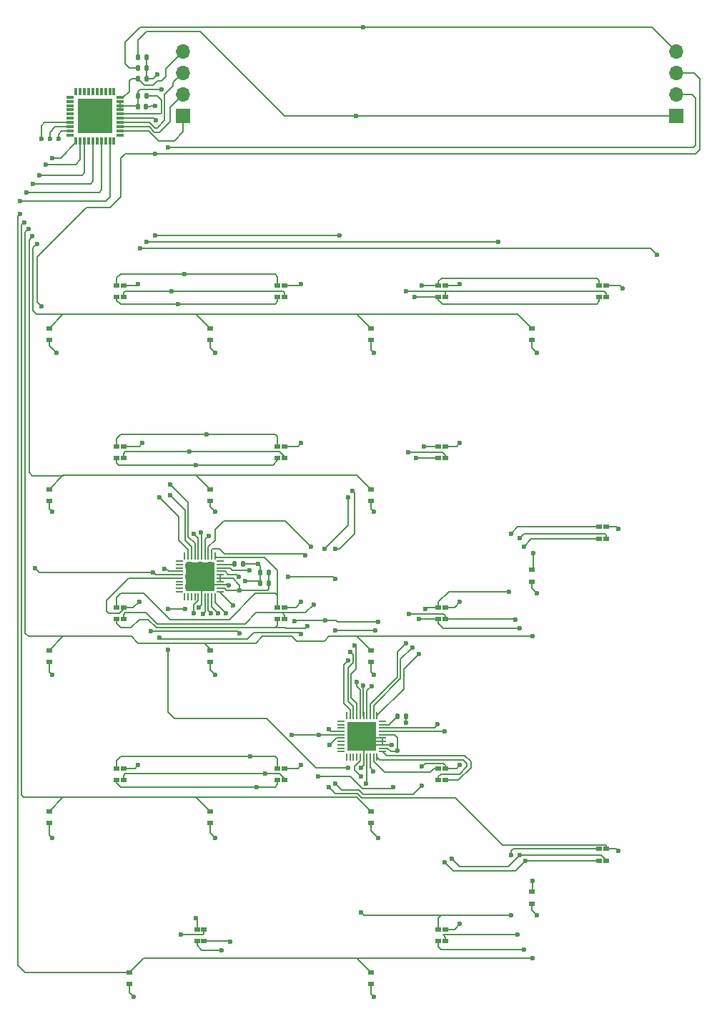
<source format=gbr>
%TF.GenerationSoftware,KiCad,Pcbnew,(6.0.5)*%
%TF.CreationDate,2022-06-21T22:17:49+02:00*%
%TF.ProjectId,Numpad,4e756d70-6164-42e6-9b69-6361645f7063,rev?*%
%TF.SameCoordinates,Original*%
%TF.FileFunction,Copper,L1,Top*%
%TF.FilePolarity,Positive*%
%FSLAX46Y46*%
G04 Gerber Fmt 4.6, Leading zero omitted, Abs format (unit mm)*
G04 Created by KiCad (PCBNEW (6.0.5)) date 2022-06-21 22:17:49*
%MOMM*%
%LPD*%
G01*
G04 APERTURE LIST*
G04 Aperture macros list*
%AMRoundRect*
0 Rectangle with rounded corners*
0 $1 Rounding radius*
0 $2 $3 $4 $5 $6 $7 $8 $9 X,Y pos of 4 corners*
0 Add a 4 corners polygon primitive as box body*
4,1,4,$2,$3,$4,$5,$6,$7,$8,$9,$2,$3,0*
0 Add four circle primitives for the rounded corners*
1,1,$1+$1,$2,$3*
1,1,$1+$1,$4,$5*
1,1,$1+$1,$6,$7*
1,1,$1+$1,$8,$9*
0 Add four rect primitives between the rounded corners*
20,1,$1+$1,$2,$3,$4,$5,0*
20,1,$1+$1,$4,$5,$6,$7,0*
20,1,$1+$1,$6,$7,$8,$9,0*
20,1,$1+$1,$8,$9,$2,$3,0*%
G04 Aperture macros list end*
%TA.AperFunction,SMDPad,CuDef*%
%ADD10R,0.700000X0.600000*%
%TD*%
%TA.AperFunction,SMDPad,CuDef*%
%ADD11R,0.650000X0.600000*%
%TD*%
%TA.AperFunction,SMDPad,CuDef*%
%ADD12RoundRect,0.135000X-0.135000X-0.185000X0.135000X-0.185000X0.135000X0.185000X-0.135000X0.185000X0*%
%TD*%
%TA.AperFunction,SMDPad,CuDef*%
%ADD13RoundRect,0.135000X0.135000X0.185000X-0.135000X0.185000X-0.135000X-0.185000X0.135000X-0.185000X0*%
%TD*%
%TA.AperFunction,SMDPad,CuDef*%
%ADD14RoundRect,0.008100X-0.126900X0.421900X-0.126900X-0.421900X0.126900X-0.421900X0.126900X0.421900X0*%
%TD*%
%TA.AperFunction,SMDPad,CuDef*%
%ADD15RoundRect,0.008100X-0.421900X-0.126900X0.421900X-0.126900X0.421900X0.126900X-0.421900X0.126900X0*%
%TD*%
%TA.AperFunction,SMDPad,CuDef*%
%ADD16R,4.100000X4.100000*%
%TD*%
%TA.AperFunction,ComponentPad*%
%ADD17R,1.700000X1.700000*%
%TD*%
%TA.AperFunction,ComponentPad*%
%ADD18O,1.700000X1.700000*%
%TD*%
%TA.AperFunction,SMDPad,CuDef*%
%ADD19RoundRect,0.140000X-0.140000X-0.170000X0.140000X-0.170000X0.140000X0.170000X-0.140000X0.170000X0*%
%TD*%
%TA.AperFunction,SMDPad,CuDef*%
%ADD20RoundRect,0.062500X-0.350000X-0.062500X0.350000X-0.062500X0.350000X0.062500X-0.350000X0.062500X0*%
%TD*%
%TA.AperFunction,SMDPad,CuDef*%
%ADD21RoundRect,0.062500X-0.062500X-0.350000X0.062500X-0.350000X0.062500X0.350000X-0.062500X0.350000X0*%
%TD*%
%TA.AperFunction,ComponentPad*%
%ADD22RoundRect,0.242500X-0.242500X-0.242500X0.242500X-0.242500X0.242500X0.242500X-0.242500X0.242500X0*%
%TD*%
%TA.AperFunction,SMDPad,CuDef*%
%ADD23R,3.400000X3.400000*%
%TD*%
%TA.AperFunction,SMDPad,CuDef*%
%ADD24RoundRect,0.140000X0.140000X0.170000X-0.140000X0.170000X-0.140000X-0.170000X0.140000X-0.170000X0*%
%TD*%
%TA.AperFunction,ViaPad*%
%ADD25C,0.600000*%
%TD*%
%TA.AperFunction,Conductor*%
%ADD26C,0.127000*%
%TD*%
G04 APERTURE END LIST*
D10*
%TO.P,D18,1,K*%
%TO.N,Net-(D18-Pad1)*%
X26089000Y-61060000D03*
%TO.P,D18,2,A*%
%TO.N,Net-(D18-Pad2)*%
X26089000Y-62460000D03*
%TD*%
D11*
%TO.P,D12,1,BK*%
%TO.N,Net-(D12-Pad1)*%
X72194000Y-94095000D03*
%TO.P,D12,2,GK*%
%TO.N,Net-(D12-Pad2)*%
X72194000Y-95495000D03*
%TO.P,D12,3,A*%
%TO.N,Net-(D10-Pad3)*%
X72994000Y-94095000D03*
%TO.P,D12,4,RK*%
%TO.N,Net-(D12-Pad4)*%
X72994000Y-95495000D03*
%TD*%
D12*
%TO.P,R5,1*%
%TO.N,Net-(J1-Pad4)*%
X36574000Y-30226000D03*
%TO.P,R5,2*%
%TO.N,Net-(C1-Pad1)*%
X37594000Y-30226000D03*
%TD*%
D13*
%TO.P,R1,1*%
%TO.N,Net-(R1-Pad1)*%
X37594000Y-33528000D03*
%TO.P,R1,2*%
%TO.N,Net-(C1-Pad2)*%
X36574000Y-33528000D03*
%TD*%
D14*
%TO.P,U1,1,P08*%
%TO.N,unconnected-(U1-Pad1)*%
X33764000Y-33028000D03*
%TO.P,U1,2,P12*%
%TO.N,unconnected-(U1-Pad2)*%
X33264000Y-33028000D03*
%TO.P,U1,3,P09*%
%TO.N,unconnected-(U1-Pad3)*%
X32764000Y-33028000D03*
%TO.P,U1,4,P13*%
%TO.N,unconnected-(U1-Pad4)*%
X32264000Y-33028000D03*
%TO.P,U1,5,P10*%
%TO.N,unconnected-(U1-Pad5)*%
X31764000Y-33028000D03*
%TO.P,U1,6,P14*%
%TO.N,unconnected-(U1-Pad6)*%
X31264000Y-33028000D03*
%TO.P,U1,7,P11*%
%TO.N,unconnected-(U1-Pad7)*%
X30764000Y-33028000D03*
%TO.P,U1,8,P15*%
%TO.N,unconnected-(U1-Pad8)*%
X30264000Y-33028000D03*
%TO.P,U1,9,P16*%
%TO.N,unconnected-(U1-Pad9)*%
X29764000Y-33028000D03*
%TO.P,U1,10,P17*%
%TO.N,unconnected-(U1-Pad10)*%
X29264000Y-33028000D03*
D15*
%TO.P,U1,11,NC-2*%
%TO.N,unconnected-(U1-Pad11)*%
X28579000Y-33713000D03*
%TO.P,U1,12,P18*%
%TO.N,unconnected-(U1-Pad12)*%
X28579000Y-34213000D03*
%TO.P,U1,13,P19*%
%TO.N,unconnected-(U1-Pad13)*%
X28579000Y-34713000D03*
%TO.P,U1,14,P20*%
%TO.N,unconnected-(U1-Pad14)*%
X28579000Y-35213000D03*
%TO.P,U1,15,P21*%
%TO.N,unconnected-(U1-Pad15)*%
X28579000Y-35713000D03*
%TO.P,U1,16,P22*%
%TO.N,unconnected-(U1-Pad16)*%
X28579000Y-36213000D03*
%TO.P,U1,17,P23*%
%TO.N,Net-(K_ENTER1-Pad1)*%
X28579000Y-36713000D03*
%TO.P,U1,18,P24*%
%TO.N,Net-(K_DOT1-Pad1)*%
X28579000Y-37213000D03*
%TO.P,U1,19,P25*%
%TO.N,Net-(K_EIGHT1-Pad1)*%
X28579000Y-37713000D03*
%TO.P,U1,20,NC-1*%
%TO.N,unconnected-(U1-Pad20)*%
X28579000Y-38213000D03*
D14*
%TO.P,U1,21,P26*%
%TO.N,Net-(K_FOUR1-Pad1)*%
X29264000Y-38898000D03*
%TO.P,U1,22,P27*%
%TO.N,Net-(D18-Pad1)*%
X29764000Y-38898000D03*
%TO.P,U1,23,P28*%
%TO.N,Net-(D19-Pad1)*%
X30264000Y-38898000D03*
%TO.P,U1,24,P07*%
%TO.N,unconnected-(U1-Pad24)*%
X30764000Y-38898000D03*
%TO.P,U1,25,P29*%
%TO.N,Net-(D20-Pad1)*%
X31264000Y-38898000D03*
%TO.P,U1,26,P06*%
%TO.N,unconnected-(U1-Pad26)*%
X31764000Y-38898000D03*
%TO.P,U1,27,P30*%
%TO.N,Net-(D21-Pad1)*%
X32264000Y-38898000D03*
%TO.P,U1,28,P05*%
%TO.N,unconnected-(U1-Pad28)*%
X32764000Y-38898000D03*
%TO.P,U1,29,P31*%
%TO.N,Net-(D22-Pad1)*%
X33264000Y-38898000D03*
%TO.P,U1,30,P04*%
%TO.N,unconnected-(U1-Pad30)*%
X33764000Y-38898000D03*
D15*
%TO.P,U1,31,NC*%
%TO.N,unconnected-(U1-Pad31)*%
X34449000Y-38213000D03*
%TO.P,U1,32,SCLK*%
%TO.N,Net-(J2-Pad1)*%
X34449000Y-37713000D03*
%TO.P,U1,33,DIN*%
%TO.N,Net-(J2-Pad2)*%
X34449000Y-37213000D03*
%TO.P,U1,34,CS*%
%TO.N,Net-(J2-Pad3)*%
X34449000Y-36713000D03*
%TO.P,U1,35,VDD*%
%TO.N,Net-(C1-Pad1)*%
X34449000Y-36213000D03*
%TO.P,U1,36,ISET*%
%TO.N,Net-(R1-Pad1)*%
X34449000Y-35713000D03*
%TO.P,U1,37,GND-1*%
%TO.N,Net-(C1-Pad2)*%
X34449000Y-35213000D03*
%TO.P,U1,38,GND-2*%
X34449000Y-34713000D03*
%TO.P,U1,39,GND*%
X34449000Y-34213000D03*
%TO.P,U1,40,DOUT*%
%TO.N,Net-(J2-Pad4)*%
X34449000Y-33713000D03*
D16*
%TO.P,U1,41*%
%TO.N,N/C*%
X31514000Y-35963000D03*
%TD*%
D10*
%TO.P,D25,1,K*%
%TO.N,Net-(D20-Pad1)*%
X45139000Y-99160000D03*
%TO.P,D25,2,A*%
%TO.N,Net-(D25-Pad2)*%
X45139000Y-100560000D03*
%TD*%
D13*
%TO.P,R3,1*%
%TO.N,Net-(C1-Pad2)*%
X68328000Y-106934000D03*
%TO.P,R3,2*%
%TO.N,Net-(R3-Pad2)*%
X67308000Y-106934000D03*
%TD*%
D11*
%TO.P,D10,1,BK*%
%TO.N,Net-(D10-Pad1)*%
X72194000Y-55995000D03*
%TO.P,D10,2,GK*%
%TO.N,Net-(D10-Pad2)*%
X72194000Y-57395000D03*
%TO.P,D10,3,A*%
%TO.N,Net-(D10-Pad3)*%
X72994000Y-55995000D03*
%TO.P,D10,4,RK*%
%TO.N,Net-(D10-Pad4)*%
X72994000Y-57395000D03*
%TD*%
%TO.P,D4,1,BK*%
%TO.N,Net-(D4-Pad1)*%
X34094000Y-113145000D03*
%TO.P,D4,2,GK*%
%TO.N,Net-(D4-Pad2)*%
X34094000Y-114545000D03*
%TO.P,D4,3,A*%
%TO.N,Net-(D1-Pad3)*%
X34894000Y-113145000D03*
%TO.P,D4,4,RK*%
%TO.N,Net-(D4-Pad4)*%
X34894000Y-114545000D03*
%TD*%
D10*
%TO.P,D19,1,K*%
%TO.N,Net-(D19-Pad1)*%
X26089000Y-80110000D03*
%TO.P,D19,2,A*%
%TO.N,Net-(D19-Pad2)*%
X26089000Y-81510000D03*
%TD*%
%TO.P,D29,1,K*%
%TO.N,Net-(D20-Pad1)*%
X64189000Y-99160000D03*
%TO.P,D29,2,A*%
%TO.N,Net-(D29-Pad2)*%
X64189000Y-100560000D03*
%TD*%
%TO.P,D27,1,K*%
%TO.N,Net-(D18-Pad1)*%
X64189000Y-61060000D03*
%TO.P,D27,2,A*%
%TO.N,Net-(D27-Pad2)*%
X64189000Y-62460000D03*
%TD*%
D11*
%TO.P,D6,1,BK*%
%TO.N,Net-(D1-Pad1)*%
X53144000Y-55995000D03*
%TO.P,D6,2,GK*%
%TO.N,Net-(D1-Pad2)*%
X53144000Y-57395000D03*
%TO.P,D6,3,A*%
%TO.N,Net-(D6-Pad3)*%
X53944000Y-55995000D03*
%TO.P,D6,4,RK*%
%TO.N,Net-(D1-Pad4)*%
X53944000Y-57395000D03*
%TD*%
%TO.P,D3,1,BK*%
%TO.N,Net-(D3-Pad1)*%
X34094000Y-94095000D03*
%TO.P,D3,2,GK*%
%TO.N,Net-(D3-Pad2)*%
X34094000Y-95495000D03*
%TO.P,D3,3,A*%
%TO.N,Net-(D1-Pad3)*%
X34894000Y-94095000D03*
%TO.P,D3,4,RK*%
%TO.N,Net-(D3-Pad4)*%
X34894000Y-95495000D03*
%TD*%
%TO.P,D13,1,BK*%
%TO.N,Net-(D13-Pad1)*%
X72194000Y-113145000D03*
%TO.P,D13,2,GK*%
%TO.N,Net-(D13-Pad2)*%
X72194000Y-114545000D03*
%TO.P,D13,3,A*%
%TO.N,Net-(D10-Pad3)*%
X72994000Y-113145000D03*
%TO.P,D13,4,RK*%
%TO.N,Net-(D13-Pad4)*%
X72994000Y-114545000D03*
%TD*%
D13*
%TO.P,R2,1*%
%TO.N,Net-(C1-Pad2)*%
X49024000Y-88900000D03*
%TO.P,R2,2*%
%TO.N,Net-(R2-Pad2)*%
X48004000Y-88900000D03*
%TD*%
D11*
%TO.P,D7,1,BK*%
%TO.N,Net-(D2-Pad1)*%
X53144000Y-75045000D03*
%TO.P,D7,2,GK*%
%TO.N,Net-(D2-Pad2)*%
X53144000Y-76445000D03*
%TO.P,D7,3,A*%
%TO.N,Net-(D6-Pad3)*%
X53944000Y-75045000D03*
%TO.P,D7,4,RK*%
%TO.N,Net-(D2-Pad4)*%
X53944000Y-76445000D03*
%TD*%
D10*
%TO.P,D34,1,K*%
%TO.N,Net-(D22-Pad1)*%
X83239000Y-127735000D03*
%TO.P,D34,2,A*%
%TO.N,Net-(D34-Pad2)*%
X83239000Y-129135000D03*
%TD*%
%TO.P,D33,1,K*%
%TO.N,Net-(D20-Pad1)*%
X83239000Y-89635000D03*
%TO.P,D33,2,A*%
%TO.N,Net-(D33-Pad2)*%
X83239000Y-91035000D03*
%TD*%
D11*
%TO.P,D5,1,BK*%
%TO.N,Net-(D5-Pad1)*%
X43619000Y-132195000D03*
%TO.P,D5,2,GK*%
%TO.N,Net-(D5-Pad2)*%
X43619000Y-133595000D03*
%TO.P,D5,3,A*%
%TO.N,Net-(D1-Pad3)*%
X44419000Y-132195000D03*
%TO.P,D5,4,RK*%
%TO.N,Net-(D5-Pad4)*%
X44419000Y-133595000D03*
%TD*%
D17*
%TO.P,J1,1,Pin_1*%
%TO.N,Net-(J1-Pad1)*%
X100320000Y-35894000D03*
D18*
%TO.P,J1,2,Pin_2*%
%TO.N,Net-(C1-Pad2)*%
X100320000Y-33354000D03*
%TO.P,J1,3,Pin_3*%
%TO.N,Net-(C1-Pad1)*%
X100320000Y-30814000D03*
%TO.P,J1,4,Pin_4*%
%TO.N,Net-(J1-Pad4)*%
X100320000Y-28274000D03*
%TD*%
D11*
%TO.P,D17,1,BK*%
%TO.N,Net-(D14-Pad1)*%
X91244000Y-122670000D03*
%TO.P,D17,2,GK*%
%TO.N,Net-(D14-Pad2)*%
X91244000Y-124070000D03*
%TO.P,D17,3,A*%
%TO.N,Net-(D15-Pad3)*%
X92044000Y-122670000D03*
%TO.P,D17,4,RK*%
%TO.N,Net-(D14-Pad4)*%
X92044000Y-124070000D03*
%TD*%
%TO.P,D9,1,BK*%
%TO.N,Net-(D4-Pad1)*%
X53144000Y-113145000D03*
%TO.P,D9,2,GK*%
%TO.N,Net-(D4-Pad2)*%
X53144000Y-114545000D03*
%TO.P,D9,3,A*%
%TO.N,Net-(D6-Pad3)*%
X53944000Y-113145000D03*
%TO.P,D9,4,RK*%
%TO.N,Net-(D4-Pad4)*%
X53944000Y-114545000D03*
%TD*%
D10*
%TO.P,D26,1,K*%
%TO.N,Net-(D21-Pad1)*%
X45139000Y-118210000D03*
%TO.P,D26,2,A*%
%TO.N,Net-(D26-Pad2)*%
X45139000Y-119610000D03*
%TD*%
%TO.P,D22,1,K*%
%TO.N,Net-(D22-Pad1)*%
X35614000Y-137260000D03*
%TO.P,D22,2,A*%
%TO.N,Net-(D22-Pad2)*%
X35614000Y-138660000D03*
%TD*%
D11*
%TO.P,D2,1,BK*%
%TO.N,Net-(D2-Pad1)*%
X34094000Y-75045000D03*
%TO.P,D2,2,GK*%
%TO.N,Net-(D2-Pad2)*%
X34094000Y-76445000D03*
%TO.P,D2,3,A*%
%TO.N,Net-(D1-Pad3)*%
X34894000Y-75045000D03*
%TO.P,D2,4,RK*%
%TO.N,Net-(D2-Pad4)*%
X34894000Y-76445000D03*
%TD*%
D10*
%TO.P,D30,1,K*%
%TO.N,Net-(D21-Pad1)*%
X64189000Y-118210000D03*
%TO.P,D30,2,A*%
%TO.N,Net-(D30-Pad2)*%
X64189000Y-119610000D03*
%TD*%
D11*
%TO.P,D14,1,BK*%
%TO.N,Net-(D14-Pad1)*%
X72194000Y-132195000D03*
%TO.P,D14,2,GK*%
%TO.N,Net-(D14-Pad2)*%
X72194000Y-133595000D03*
%TO.P,D14,3,A*%
%TO.N,Net-(D10-Pad3)*%
X72994000Y-132195000D03*
%TO.P,D14,4,RK*%
%TO.N,Net-(D14-Pad4)*%
X72994000Y-133595000D03*
%TD*%
%TO.P,D15,1,BK*%
%TO.N,Net-(D10-Pad1)*%
X91244000Y-55995000D03*
%TO.P,D15,2,GK*%
%TO.N,Net-(D10-Pad2)*%
X91244000Y-57395000D03*
%TO.P,D15,3,A*%
%TO.N,Net-(D15-Pad3)*%
X92044000Y-55995000D03*
%TO.P,D15,4,RK*%
%TO.N,Net-(D10-Pad4)*%
X92044000Y-57395000D03*
%TD*%
%TO.P,D1,1,BK*%
%TO.N,Net-(D1-Pad1)*%
X34094000Y-55995000D03*
%TO.P,D1,2,GK*%
%TO.N,Net-(D1-Pad2)*%
X34094000Y-57395000D03*
%TO.P,D1,3,A*%
%TO.N,Net-(D1-Pad3)*%
X34894000Y-55995000D03*
%TO.P,D1,4,RK*%
%TO.N,Net-(D1-Pad4)*%
X34894000Y-57395000D03*
%TD*%
D10*
%TO.P,D21,1,K*%
%TO.N,Net-(D21-Pad1)*%
X26089000Y-118210000D03*
%TO.P,D21,2,A*%
%TO.N,Net-(D21-Pad2)*%
X26089000Y-119610000D03*
%TD*%
%TO.P,D28,1,K*%
%TO.N,Net-(D19-Pad1)*%
X64189000Y-80110000D03*
%TO.P,D28,2,A*%
%TO.N,Net-(D28-Pad2)*%
X64189000Y-81510000D03*
%TD*%
%TO.P,D23,1,K*%
%TO.N,Net-(D18-Pad1)*%
X45139000Y-61060000D03*
%TO.P,D23,2,A*%
%TO.N,Net-(D23-Pad2)*%
X45139000Y-62460000D03*
%TD*%
D12*
%TO.P,R4,1*%
%TO.N,Net-(J1-Pad1)*%
X36574000Y-28956000D03*
%TO.P,R4,2*%
%TO.N,Net-(C1-Pad1)*%
X37594000Y-28956000D03*
%TD*%
D13*
%TO.P,R6,1*%
%TO.N,Net-(C1-Pad1)*%
X37594000Y-31496000D03*
%TO.P,R6,2*%
%TO.N,Net-(J2-Pad4)*%
X36574000Y-31496000D03*
%TD*%
D11*
%TO.P,D8,1,BK*%
%TO.N,Net-(D3-Pad1)*%
X53144000Y-94095000D03*
%TO.P,D8,2,GK*%
%TO.N,Net-(D3-Pad2)*%
X53144000Y-95495000D03*
%TO.P,D8,3,A*%
%TO.N,Net-(D6-Pad3)*%
X53944000Y-94095000D03*
%TO.P,D8,4,RK*%
%TO.N,Net-(D3-Pad4)*%
X53944000Y-95495000D03*
%TD*%
D19*
%TO.P,C5,1*%
%TO.N,Net-(C1-Pad2)*%
X36604000Y-34798000D03*
%TO.P,C5,2*%
%TO.N,Net-(C1-Pad1)*%
X37564000Y-34798000D03*
%TD*%
D11*
%TO.P,D16,1,BK*%
%TO.N,Net-(D12-Pad1)*%
X91244000Y-84570000D03*
%TO.P,D16,2,GK*%
%TO.N,Net-(D12-Pad2)*%
X91244000Y-85970000D03*
%TO.P,D16,3,A*%
%TO.N,Net-(D15-Pad3)*%
X92044000Y-84570000D03*
%TO.P,D16,4,RK*%
%TO.N,Net-(D12-Pad4)*%
X92044000Y-85970000D03*
%TD*%
D10*
%TO.P,D32,1,K*%
%TO.N,Net-(D18-Pad1)*%
X83239000Y-61060000D03*
%TO.P,D32,2,A*%
%TO.N,Net-(D32-Pad2)*%
X83239000Y-62460000D03*
%TD*%
%TO.P,D20,1,K*%
%TO.N,Net-(D20-Pad1)*%
X26089000Y-99160000D03*
%TO.P,D20,2,A*%
%TO.N,Net-(D20-Pad2)*%
X26089000Y-100560000D03*
%TD*%
D20*
%TO.P,U2,1,SW8*%
%TO.N,unconnected-(U2-Pad1)*%
X41504500Y-88624000D03*
%TO.P,U2,2,SW6*%
%TO.N,unconnected-(U2-Pad2)*%
X41504500Y-89024000D03*
%TO.P,U2,3,SW4*%
%TO.N,unconnected-(U2-Pad3)*%
X41504500Y-89424000D03*
%TO.P,U2,4,SW2*%
%TO.N,Net-(D6-Pad3)*%
X41504500Y-89824000D03*
%TO.P,U2,5,PVCC*%
%TO.N,Net-(C1-Pad1)*%
X41504500Y-90224000D03*
%TO.P,U2,6,SW1*%
%TO.N,Net-(D1-Pad3)*%
X41504500Y-90624000D03*
%TO.P,U2,7,SW3*%
%TO.N,unconnected-(U2-Pad7)*%
X41504500Y-91024000D03*
%TO.P,U2,8,SW5*%
%TO.N,unconnected-(U2-Pad8)*%
X41504500Y-91424000D03*
%TO.P,U2,9,SW7*%
%TO.N,unconnected-(U2-Pad9)*%
X41504500Y-91824000D03*
%TO.P,U2,10,SW9*%
%TO.N,unconnected-(U2-Pad10)*%
X41504500Y-92224000D03*
D21*
%TO.P,U2,11,SW11*%
%TO.N,unconnected-(U2-Pad11)*%
X42142000Y-92861500D03*
%TO.P,U2,12,CS18*%
%TO.N,unconnected-(U2-Pad12)*%
X42542000Y-92861500D03*
%TO.P,U2,13,CS17*%
%TO.N,unconnected-(U2-Pad13)*%
X42942000Y-92861500D03*
%TO.P,U2,14,CS16*%
%TO.N,unconnected-(U2-Pad14)*%
X43342000Y-92861500D03*
%TO.P,U2,15,CS15*%
%TO.N,Net-(D5-Pad1)*%
X43742000Y-92861500D03*
%TO.P,U2,16,PGND*%
%TO.N,Net-(C1-Pad2)*%
X44142000Y-92861500D03*
%TO.P,U2,17,CS14*%
%TO.N,Net-(D5-Pad2)*%
X44542000Y-92861500D03*
%TO.P,U2,18,CS13*%
%TO.N,Net-(D5-Pad4)*%
X44942000Y-92861500D03*
%TO.P,U2,19,CS12*%
%TO.N,Net-(D4-Pad1)*%
X45342000Y-92861500D03*
%TO.P,U2,20,CS11*%
%TO.N,Net-(D4-Pad2)*%
X45742000Y-92861500D03*
D20*
%TO.P,U2,21,CS10*%
%TO.N,Net-(D4-Pad4)*%
X46379500Y-92224000D03*
%TO.P,U2,22,VCC*%
%TO.N,Net-(C1-Pad1)*%
X46379500Y-91824000D03*
D22*
%TO.P,U2,23,GND*%
%TO.N,Net-(C1-Pad2)*%
X45142000Y-90424000D03*
X43942000Y-91624000D03*
X43942000Y-90424000D03*
X45142000Y-89224000D03*
X42742000Y-90424000D03*
X45142000Y-91624000D03*
X42742000Y-91624000D03*
X42742000Y-89224000D03*
D23*
X43942000Y-90424000D03*
D22*
X43942000Y-89224000D03*
D20*
X46379500Y-91424000D03*
%TO.P,U2,24,ADDR2*%
%TO.N,Net-(C1-Pad1)*%
X46379500Y-91024000D03*
%TO.P,U2,25,ADDR1*%
X46379500Y-90624000D03*
%TO.P,U2,26,~{SDB}*%
X46379500Y-90224000D03*
%TO.P,U2,27,SCL*%
%TO.N,Net-(J1-Pad1)*%
X46379500Y-89824000D03*
%TO.P,U2,28,SDA*%
%TO.N,Net-(J1-Pad4)*%
X46379500Y-89424000D03*
%TO.P,U2,29,ISET*%
%TO.N,Net-(R2-Pad2)*%
X46379500Y-89024000D03*
%TO.P,U2,30,SYNC*%
%TO.N,unconnected-(U2-Pad30)*%
X46379500Y-88624000D03*
D21*
%TO.P,U2,31,CS9*%
%TO.N,Net-(D3-Pad1)*%
X45742000Y-87986500D03*
%TO.P,U2,32,CS8*%
%TO.N,Net-(D3-Pad2)*%
X45342000Y-87986500D03*
%TO.P,U2,33,CS7*%
%TO.N,Net-(D3-Pad4)*%
X44942000Y-87986500D03*
%TO.P,U2,34,CS6*%
%TO.N,Net-(D2-Pad1)*%
X44542000Y-87986500D03*
%TO.P,U2,35,CS5*%
%TO.N,Net-(D2-Pad2)*%
X44142000Y-87986500D03*
%TO.P,U2,36,CS4*%
%TO.N,Net-(D2-Pad4)*%
X43742000Y-87986500D03*
%TO.P,U2,37,CS3*%
%TO.N,Net-(D1-Pad1)*%
X43342000Y-87986500D03*
%TO.P,U2,38,CS2*%
%TO.N,Net-(D1-Pad2)*%
X42942000Y-87986500D03*
%TO.P,U2,39,CS1*%
%TO.N,Net-(D1-Pad4)*%
X42542000Y-87986500D03*
%TO.P,U2,40,SW10*%
%TO.N,unconnected-(U2-Pad40)*%
X42142000Y-87986500D03*
%TD*%
D20*
%TO.P,U3,1,SW8*%
%TO.N,unconnected-(U3-Pad1)*%
X60681500Y-107547000D03*
%TO.P,U3,2,SW6*%
%TO.N,unconnected-(U3-Pad2)*%
X60681500Y-107947000D03*
%TO.P,U3,3,SW4*%
%TO.N,unconnected-(U3-Pad3)*%
X60681500Y-108347000D03*
%TO.P,U3,4,SW2*%
%TO.N,Net-(D15-Pad3)*%
X60681500Y-108747000D03*
%TO.P,U3,5,PVCC*%
%TO.N,Net-(C1-Pad1)*%
X60681500Y-109147000D03*
%TO.P,U3,6,SW1*%
%TO.N,Net-(D10-Pad3)*%
X60681500Y-109547000D03*
%TO.P,U3,7,SW3*%
%TO.N,unconnected-(U3-Pad7)*%
X60681500Y-109947000D03*
%TO.P,U3,8,SW5*%
%TO.N,unconnected-(U3-Pad8)*%
X60681500Y-110347000D03*
%TO.P,U3,9,SW7*%
%TO.N,unconnected-(U3-Pad9)*%
X60681500Y-110747000D03*
%TO.P,U3,10,SW9*%
%TO.N,unconnected-(U3-Pad10)*%
X60681500Y-111147000D03*
D21*
%TO.P,U3,11,SW11*%
%TO.N,unconnected-(U3-Pad11)*%
X61319000Y-111784500D03*
%TO.P,U3,12,CS18*%
%TO.N,unconnected-(U3-Pad12)*%
X61719000Y-111784500D03*
%TO.P,U3,13,CS17*%
%TO.N,unconnected-(U3-Pad13)*%
X62119000Y-111784500D03*
%TO.P,U3,14,CS16*%
%TO.N,unconnected-(U3-Pad14)*%
X62519000Y-111784500D03*
%TO.P,U3,15,CS15*%
%TO.N,Net-(D14-Pad1)*%
X62919000Y-111784500D03*
%TO.P,U3,16,PGND*%
%TO.N,Net-(C1-Pad2)*%
X63319000Y-111784500D03*
%TO.P,U3,17,CS14*%
%TO.N,Net-(D14-Pad2)*%
X63719000Y-111784500D03*
%TO.P,U3,18,CS13*%
%TO.N,Net-(D14-Pad4)*%
X64119000Y-111784500D03*
%TO.P,U3,19,CS12*%
%TO.N,Net-(D13-Pad1)*%
X64519000Y-111784500D03*
%TO.P,U3,20,CS11*%
%TO.N,Net-(D13-Pad2)*%
X64919000Y-111784500D03*
D20*
%TO.P,U3,21,CS10*%
%TO.N,Net-(D13-Pad4)*%
X65556500Y-111147000D03*
%TO.P,U3,22,VCC*%
%TO.N,Net-(C1-Pad1)*%
X65556500Y-110747000D03*
D22*
%TO.P,U3,23,GND*%
%TO.N,Net-(C1-Pad2)*%
X63119000Y-109347000D03*
X64319000Y-108147000D03*
X64319000Y-109347000D03*
X61919000Y-108147000D03*
D23*
X63119000Y-109347000D03*
D20*
X65556500Y-110347000D03*
D22*
X63119000Y-110547000D03*
X63119000Y-108147000D03*
X61919000Y-109347000D03*
X61919000Y-110547000D03*
X64319000Y-110547000D03*
D20*
%TO.P,U3,24,ADDR2*%
X65556500Y-109947000D03*
%TO.P,U3,25,ADDR1*%
X65556500Y-109547000D03*
%TO.P,U3,26,~{SDB}*%
%TO.N,Net-(C1-Pad1)*%
X65556500Y-109147000D03*
%TO.P,U3,27,SCL*%
%TO.N,Net-(J1-Pad1)*%
X65556500Y-108747000D03*
%TO.P,U3,28,SDA*%
%TO.N,Net-(J1-Pad4)*%
X65556500Y-108347000D03*
%TO.P,U3,29,ISET*%
%TO.N,Net-(R3-Pad2)*%
X65556500Y-107947000D03*
%TO.P,U3,30,SYNC*%
%TO.N,unconnected-(U3-Pad30)*%
X65556500Y-107547000D03*
D21*
%TO.P,U3,31,CS9*%
%TO.N,Net-(D12-Pad1)*%
X64919000Y-106909500D03*
%TO.P,U3,32,CS8*%
%TO.N,Net-(D12-Pad2)*%
X64519000Y-106909500D03*
%TO.P,U3,33,CS7*%
%TO.N,Net-(D12-Pad4)*%
X64119000Y-106909500D03*
%TO.P,U3,34,CS6*%
%TO.N,Net-(D11-Pad1)*%
X63719000Y-106909500D03*
%TO.P,U3,35,CS5*%
%TO.N,Net-(D11-Pad2)*%
X63319000Y-106909500D03*
%TO.P,U3,36,CS4*%
%TO.N,Net-(D11-Pad4)*%
X62919000Y-106909500D03*
%TO.P,U3,37,CS3*%
%TO.N,Net-(D10-Pad1)*%
X62519000Y-106909500D03*
%TO.P,U3,38,CS2*%
%TO.N,Net-(D10-Pad2)*%
X62119000Y-106909500D03*
%TO.P,U3,39,CS1*%
%TO.N,Net-(D10-Pad4)*%
X61719000Y-106909500D03*
%TO.P,U3,40,SW10*%
%TO.N,unconnected-(U3-Pad40)*%
X61319000Y-106909500D03*
%TD*%
D24*
%TO.P,C1,1*%
%TO.N,Net-(C1-Pad1)*%
X52080328Y-91186000D03*
%TO.P,C1,2*%
%TO.N,Net-(C1-Pad2)*%
X51120328Y-91186000D03*
%TD*%
D17*
%TO.P,J2,1,Pin_1*%
%TO.N,Net-(J2-Pad1)*%
X41926000Y-35894000D03*
D18*
%TO.P,J2,2,Pin_2*%
%TO.N,Net-(J2-Pad2)*%
X41926000Y-33354000D03*
%TO.P,J2,3,Pin_3*%
%TO.N,Net-(J2-Pad3)*%
X41926000Y-30814000D03*
%TO.P,J2,4,Pin_4*%
%TO.N,Net-(J2-Pad4)*%
X41926000Y-28274000D03*
%TD*%
D11*
%TO.P,D11,1,BK*%
%TO.N,Net-(D11-Pad1)*%
X72194000Y-75045000D03*
%TO.P,D11,2,GK*%
%TO.N,Net-(D11-Pad2)*%
X72194000Y-76445000D03*
%TO.P,D11,3,A*%
%TO.N,Net-(D10-Pad3)*%
X72994000Y-75045000D03*
%TO.P,D11,4,RK*%
%TO.N,Net-(D11-Pad4)*%
X72994000Y-76445000D03*
%TD*%
D24*
%TO.P,C2,1*%
%TO.N,Net-(C1-Pad1)*%
X52080328Y-89916000D03*
%TO.P,C2,2*%
%TO.N,Net-(C1-Pad2)*%
X51120328Y-89916000D03*
%TD*%
D10*
%TO.P,D31,1,K*%
%TO.N,Net-(D22-Pad1)*%
X64189000Y-137260000D03*
%TO.P,D31,2,A*%
%TO.N,Net-(D31-Pad2)*%
X64189000Y-138660000D03*
%TD*%
%TO.P,D24,1,K*%
%TO.N,Net-(D19-Pad1)*%
X45139000Y-80110000D03*
%TO.P,D24,2,A*%
%TO.N,Net-(D24-Pad2)*%
X45139000Y-81510000D03*
%TD*%
D25*
%TO.N,Net-(D18-Pad1)*%
X25654000Y-41656000D03*
X24638000Y-51054000D03*
%TO.N,Net-(D18-Pad2)*%
X26974000Y-63992000D03*
%TO.N,Net-(D19-Pad1)*%
X24102475Y-50197889D03*
X24892000Y-42926000D03*
%TO.N,Net-(D19-Pad2)*%
X26466000Y-82788000D03*
%TO.N,Net-(D20-Pad1)*%
X83385903Y-87707316D03*
X24130000Y-43942000D03*
X23626452Y-49305347D03*
X83362000Y-97520000D03*
%TO.N,Net-(D20-Pad2)*%
X26466000Y-102092000D03*
%TO.N,Net-(D21-Pad1)*%
X23114000Y-48514000D03*
X23368000Y-44958000D03*
%TO.N,Net-(D21-Pad2)*%
X26466000Y-121396000D03*
%TO.N,Net-(D22-Pad1)*%
X22606000Y-47498000D03*
X83362000Y-126476000D03*
X22606000Y-45974000D03*
X83362000Y-135620000D03*
%TO.N,Net-(D22-Pad2)*%
X36118000Y-140192000D03*
%TO.N,Net-(D23-Pad2)*%
X45770000Y-63992000D03*
%TO.N,Net-(D24-Pad2)*%
X45770000Y-82788000D03*
%TO.N,Net-(D25-Pad2)*%
X45770000Y-102092000D03*
%TO.N,Net-(D26-Pad2)*%
X45770000Y-121396000D03*
%TO.N,Net-(D27-Pad2)*%
X64566000Y-63992000D03*
%TO.N,Net-(D28-Pad2)*%
X64566000Y-82788000D03*
%TO.N,Net-(D29-Pad2)*%
X64566000Y-102092000D03*
%TO.N,Net-(D30-Pad2)*%
X65074000Y-121396000D03*
%TO.N,Net-(D31-Pad2)*%
X64566000Y-140192000D03*
%TO.N,Net-(D32-Pad2)*%
X83870000Y-63992000D03*
%TO.N,Net-(D33-Pad2)*%
X83870000Y-92440000D03*
%TO.N,Net-(D34-Pad2)*%
X83870000Y-130540000D03*
%TO.N,Net-(C1-Pad1)*%
X67310000Y-110998000D03*
X66802000Y-115316000D03*
X57985000Y-109147000D03*
X38862000Y-30988000D03*
X57952430Y-114057618D03*
X38608000Y-40386000D03*
X24384000Y-89408000D03*
X38701299Y-36445054D03*
X25146000Y-58420000D03*
X48641000Y-92075000D03*
X54810000Y-109147000D03*
X38612045Y-34788894D03*
X38354000Y-89916000D03*
X38100000Y-96884520D03*
X48641000Y-97155000D03*
%TO.N,Net-(D2-Pad1)*%
X44720000Y-73644000D03*
X44958000Y-85598000D03*
%TO.N,Net-(D2-Pad2)*%
X44069480Y-85216520D03*
X43434000Y-77216000D03*
%TO.N,Net-(D2-Pad4)*%
X43180000Y-85344000D03*
X42688000Y-75676000D03*
%TO.N,Net-(C1-Pad2)*%
X61468000Y-113030000D03*
X43815000Y-94107000D03*
X68326000Y-107696000D03*
X49276000Y-90932000D03*
X40132000Y-39624000D03*
X50800000Y-88900000D03*
X47371000Y-91440000D03*
X62992000Y-113030000D03*
X42218922Y-94229011D03*
X66675000Y-110363000D03*
X40132000Y-94234000D03*
X40132000Y-99060000D03*
X39370000Y-32766000D03*
%TO.N,Net-(D14-Pad2)*%
X82480000Y-124070000D03*
X63627000Y-114935000D03*
X82346000Y-134604000D03*
X72898000Y-124206000D03*
%TO.N,Net-(D1-Pad4)*%
X39116000Y-81026000D03*
X40602000Y-56680000D03*
%TO.N,Net-(D1-Pad2)*%
X40386000Y-80772000D03*
X41364000Y-58204000D03*
%TO.N,Net-(D1-Pad1)*%
X42126000Y-54648000D03*
X40386000Y-79502000D03*
%TO.N,Net-(D11-Pad4)*%
X68580000Y-75692000D03*
X62484000Y-102870000D03*
%TO.N,Net-(D11-Pad2)*%
X63299292Y-103322320D03*
X69523993Y-76436273D03*
%TO.N,Net-(D11-Pad1)*%
X70497000Y-75045000D03*
X64262000Y-103378000D03*
%TO.N,Net-(D12-Pad4)*%
X81788000Y-85852000D03*
X68326000Y-98298000D03*
X81280000Y-95504000D03*
X68724989Y-94851011D03*
%TO.N,Net-(D12-Pad2)*%
X81788000Y-96520000D03*
X69088000Y-98806000D03*
X69859000Y-95495000D03*
X82296000Y-86868000D03*
%TO.N,Net-(D12-Pad1)*%
X80772000Y-85344000D03*
X70612000Y-94234000D03*
X69850000Y-99568000D03*
X80518000Y-92202000D03*
%TO.N,Net-(D3-Pad2)*%
X56388000Y-87884000D03*
X56642000Y-96266000D03*
%TO.N,Net-(J1-Pad1)*%
X62404000Y-35894000D03*
X72898000Y-108712000D03*
X55177262Y-95724876D03*
X65024000Y-95758000D03*
X48514000Y-90424000D03*
X58783011Y-95648989D03*
X58674000Y-87122000D03*
X61468000Y-81026000D03*
%TO.N,Net-(J1-Pad4)*%
X63246000Y-25400000D03*
X59944000Y-90678000D03*
X72080004Y-107923248D03*
X64719750Y-96805095D03*
X59944000Y-87122000D03*
X61976000Y-80264000D03*
X59944000Y-96774000D03*
X54356000Y-90424000D03*
X49784000Y-89662000D03*
%TO.N,Net-(D14-Pad4)*%
X73787000Y-123825000D03*
X81838000Y-123428000D03*
X64501614Y-113461467D03*
X81584000Y-132826000D03*
%TO.N,Net-(D3-Pad4)*%
X57096345Y-86864569D03*
X57404000Y-93726000D03*
%TO.N,Net-(D14-Pad1)*%
X80822000Y-130540000D03*
X80822000Y-123428000D03*
X62992000Y-130175000D03*
X62992000Y-114046000D03*
%TO.N,Net-(D10-Pad3)*%
X70231000Y-115189000D03*
X70231000Y-112903000D03*
X74726000Y-74660000D03*
X74726000Y-55864000D03*
X59309000Y-110363000D03*
X74726000Y-112760000D03*
X59972227Y-114917341D03*
X74726000Y-131556000D03*
X74726000Y-93456000D03*
%TO.N,Net-(D1-Pad3)*%
X41706000Y-132826000D03*
X36626000Y-112760000D03*
X36741335Y-93416482D03*
X36626000Y-55864000D03*
X37134000Y-74660000D03*
%TO.N,Net-(D6-Pad3)*%
X39779308Y-89488624D03*
X39164446Y-97627280D03*
X55930000Y-74660000D03*
X55930000Y-112760000D03*
X55930000Y-93456000D03*
X55930000Y-55864000D03*
X55930000Y-97232000D03*
%TO.N,Net-(D15-Pad3)*%
X59182000Y-108458000D03*
X59182000Y-115316000D03*
X93522000Y-84820000D03*
X93522000Y-122920000D03*
X94030000Y-56372000D03*
%TO.N,Net-(D4-Pad1)*%
X46101000Y-94742000D03*
X49927000Y-111744000D03*
%TO.N,Net-(D4-Pad2)*%
X50673000Y-115316000D03*
X46990000Y-94742000D03*
%TO.N,Net-(D4-Pad4)*%
X47879000Y-93853000D03*
X51705000Y-113776000D03*
%TO.N,Net-(D5-Pad1)*%
X43434000Y-130810000D03*
X43180000Y-94742000D03*
%TO.N,Net-(D5-Pad2)*%
X44323000Y-94869000D03*
X46482000Y-134620000D03*
%TO.N,Net-(D5-Pad4)*%
X45212000Y-94742000D03*
X47498000Y-133604000D03*
%TO.N,Net-(D10-Pad1)*%
X62230000Y-98552000D03*
X70243000Y-55995000D03*
%TO.N,Net-(D10-Pad2)*%
X61722000Y-99314000D03*
X69351000Y-57395000D03*
%TO.N,Net-(D10-Pad4)*%
X68326000Y-56642000D03*
X61468000Y-100330000D03*
%TO.N,Net-(K_DOT1-Pad1)*%
X79248000Y-50800000D03*
X26162000Y-38608000D03*
X37592000Y-50800000D03*
%TO.N,Net-(K_EIGHT1-Pad1)*%
X27178000Y-38608000D03*
X60452000Y-50038000D03*
X38608000Y-50038000D03*
%TO.N,Net-(K_ENTER1-Pad1)*%
X25146000Y-38608000D03*
X98044000Y-52324000D03*
X36830000Y-51562000D03*
%TO.N,Net-(K_FOUR1-Pad1)*%
X26416000Y-40894000D03*
%TD*%
D26*
%TO.N,Net-(D18-Pad1)*%
X27733521Y-59415479D02*
X24617479Y-59415479D01*
X25654000Y-41656000D02*
X29210000Y-41656000D01*
X26089000Y-61060000D02*
X27733521Y-59415479D01*
X24166080Y-58964080D02*
X24166080Y-51525920D01*
X43494479Y-59415479D02*
X62544479Y-59415479D01*
X43494479Y-59415479D02*
X45139000Y-61060000D01*
X29764000Y-41102000D02*
X29764000Y-38898000D01*
X62544479Y-59415479D02*
X64189000Y-61060000D01*
X24617479Y-59415479D02*
X24166080Y-58964080D01*
X29210000Y-41656000D02*
X29764000Y-41102000D01*
X24166080Y-51525920D02*
X24638000Y-51054000D01*
X27733521Y-59415479D02*
X43494479Y-59415479D01*
X62544479Y-59415479D02*
X81594479Y-59415479D01*
X81594479Y-59415479D02*
X83239000Y-61060000D01*
%TO.N,Net-(D18-Pad2)*%
X26089000Y-62460000D02*
X26089000Y-63107000D01*
X26089000Y-63107000D02*
X26974000Y-63992000D01*
%TO.N,Net-(D19-Pad1)*%
X23712560Y-78141440D02*
X23712560Y-50709440D01*
X29972000Y-42926000D02*
X30264000Y-42634000D01*
X27733521Y-78465479D02*
X27713000Y-78486000D01*
X43494479Y-78465479D02*
X45139000Y-80110000D01*
X30264000Y-42634000D02*
X30264000Y-38898000D01*
X27713000Y-78486000D02*
X24057120Y-78486000D01*
X26089000Y-80110000D02*
X27733521Y-78465479D01*
X27733521Y-78465479D02*
X43479479Y-78465479D01*
X43479479Y-78465479D02*
X62544479Y-78465479D01*
X43479479Y-78465479D02*
X43494479Y-78465479D01*
X24057120Y-78486000D02*
X23712560Y-78141440D01*
X23712560Y-50709440D02*
X24102475Y-50197889D01*
X24892000Y-42926000D02*
X29972000Y-42926000D01*
X62544479Y-78465479D02*
X64189000Y-80110000D01*
%TO.N,Net-(D19-Pad2)*%
X26089000Y-82411000D02*
X26466000Y-82788000D01*
X26089000Y-81510000D02*
X26089000Y-82411000D01*
%TO.N,Net-(D20-Pad1)*%
X36617042Y-98298000D02*
X44450000Y-98298000D01*
X24130000Y-43942000D02*
X30988000Y-43942000D01*
X62544479Y-97515479D02*
X64189000Y-99160000D01*
X26089000Y-99160000D02*
X27733521Y-97515479D01*
X54843479Y-97515479D02*
X55372000Y-98044000D01*
X50546000Y-98298000D02*
X51328521Y-97515479D01*
X31264000Y-43666000D02*
X31264000Y-38898000D01*
X55372000Y-98044000D02*
X58674000Y-98044000D01*
X23259040Y-97136960D02*
X23259040Y-49638960D01*
X83362000Y-97520000D02*
X83357479Y-97515479D01*
X23259040Y-49638960D02*
X23626452Y-49305347D01*
X44450000Y-98298000D02*
X45139000Y-98987000D01*
X27733521Y-97515479D02*
X35834521Y-97515479D01*
X30988000Y-43942000D02*
X31264000Y-43666000D01*
X59202521Y-97515479D02*
X62544479Y-97515479D01*
X44450000Y-98298000D02*
X50546000Y-98298000D01*
X27733521Y-97515479D02*
X23637559Y-97515479D01*
X58674000Y-98044000D02*
X59202521Y-97515479D01*
X83385903Y-87707316D02*
X83385903Y-89488097D01*
X36617042Y-98298000D02*
X35834521Y-97515479D01*
X23637559Y-97515479D02*
X23259040Y-97136960D01*
X51328521Y-97515479D02*
X54843479Y-97515479D01*
X62544479Y-97515479D02*
X83357479Y-97515479D01*
%TO.N,Net-(D20-Pad2)*%
X26089000Y-100560000D02*
X26089000Y-101715000D01*
X26089000Y-101715000D02*
X26466000Y-102092000D01*
%TO.N,Net-(D21-Pad1)*%
X27733521Y-116565479D02*
X23093479Y-116565479D01*
X62544479Y-116565479D02*
X64189000Y-118210000D01*
X22805520Y-48822480D02*
X23114000Y-48514000D01*
X26089000Y-118210000D02*
X27733521Y-116565479D01*
X32004000Y-44958000D02*
X32264000Y-44698000D01*
X22805520Y-116277520D02*
X22805520Y-48822480D01*
X32264000Y-44698000D02*
X32264000Y-38898000D01*
X43494479Y-116565479D02*
X62544479Y-116565479D01*
X23093479Y-116565479D02*
X22805520Y-116277520D01*
X43494479Y-116565479D02*
X45139000Y-118210000D01*
X27733521Y-116565479D02*
X43494479Y-116565479D01*
X23368000Y-44958000D02*
X32004000Y-44958000D01*
%TO.N,Net-(D21-Pad2)*%
X26089000Y-121019000D02*
X26466000Y-121396000D01*
X26089000Y-119610000D02*
X26089000Y-121019000D01*
%TO.N,Net-(D22-Pad1)*%
X22606000Y-45974000D02*
X32766000Y-45974000D01*
X22352000Y-136398000D02*
X22352000Y-47752000D01*
X23214000Y-137260000D02*
X22352000Y-136398000D01*
X35614000Y-137260000D02*
X23214000Y-137260000D01*
X83362000Y-126476000D02*
X83362000Y-127612000D01*
X33274000Y-45466000D02*
X33274000Y-38908000D01*
X62539479Y-135610479D02*
X64189000Y-137260000D01*
X37263521Y-135610479D02*
X62539479Y-135610479D01*
X35614000Y-137260000D02*
X37263521Y-135610479D01*
X22352000Y-47752000D02*
X22606000Y-47498000D01*
X62539479Y-135610479D02*
X83352479Y-135610479D01*
X83352479Y-135610479D02*
X83362000Y-135620000D01*
X32766000Y-45974000D02*
X33274000Y-45466000D01*
%TO.N,Net-(D22-Pad2)*%
X35614000Y-139688000D02*
X36118000Y-140192000D01*
X35614000Y-138660000D02*
X35614000Y-139688000D01*
%TO.N,Net-(D23-Pad2)*%
X45139000Y-62460000D02*
X45139000Y-63361000D01*
X45139000Y-63361000D02*
X45770000Y-63992000D01*
%TO.N,Net-(D24-Pad2)*%
X45139000Y-82157000D02*
X45770000Y-82788000D01*
X45139000Y-81510000D02*
X45139000Y-82157000D01*
%TO.N,Net-(D25-Pad2)*%
X45139000Y-101461000D02*
X45770000Y-102092000D01*
X45139000Y-100560000D02*
X45139000Y-101461000D01*
%TO.N,Net-(D26-Pad2)*%
X45139000Y-119610000D02*
X45139000Y-120765000D01*
X45139000Y-120765000D02*
X45770000Y-121396000D01*
%TO.N,Net-(D27-Pad2)*%
X64189000Y-62460000D02*
X64189000Y-63615000D01*
X64189000Y-63615000D02*
X64566000Y-63992000D01*
%TO.N,Net-(D28-Pad2)*%
X64189000Y-82411000D02*
X64566000Y-82788000D01*
X64189000Y-81510000D02*
X64189000Y-82411000D01*
%TO.N,Net-(D29-Pad2)*%
X64189000Y-101715000D02*
X64566000Y-102092000D01*
X64189000Y-100560000D02*
X64189000Y-101715000D01*
%TO.N,Net-(D30-Pad2)*%
X64189000Y-119610000D02*
X64189000Y-120511000D01*
X64189000Y-120511000D02*
X65074000Y-121396000D01*
%TO.N,Net-(D31-Pad2)*%
X64189000Y-138660000D02*
X64189000Y-139815000D01*
X64189000Y-139815000D02*
X64566000Y-140192000D01*
%TO.N,Net-(D32-Pad2)*%
X83239000Y-62460000D02*
X83239000Y-63361000D01*
X83239000Y-63361000D02*
X83870000Y-63992000D01*
%TO.N,Net-(D33-Pad2)*%
X83239000Y-91809000D02*
X83870000Y-92440000D01*
X83239000Y-91035000D02*
X83239000Y-91809000D01*
%TO.N,Net-(D34-Pad2)*%
X83239000Y-129135000D02*
X83239000Y-129909000D01*
X83239000Y-129909000D02*
X83870000Y-130540000D01*
%TO.N,Net-(R1-Pad1)*%
X37594000Y-33528000D02*
X38862000Y-33528000D01*
X38862000Y-33528000D02*
X39370000Y-34036000D01*
X39217000Y-35713000D02*
X34449000Y-35713000D01*
X39370000Y-35560000D02*
X39217000Y-35713000D01*
X39370000Y-34036000D02*
X39370000Y-35560000D01*
%TO.N,Net-(C1-Pad1)*%
X38681480Y-90243480D02*
X41485020Y-90243480D01*
X52080328Y-91937672D02*
X52080328Y-91186000D01*
X46379500Y-91024000D02*
X46379500Y-90624000D01*
X30480000Y-46736000D02*
X33274000Y-46736000D01*
X48641000Y-97155000D02*
X48370520Y-96884520D01*
X38354000Y-89916000D02*
X24892000Y-89916000D01*
X66983000Y-109147000D02*
X67310000Y-109474000D01*
X35052000Y-40386000D02*
X38608000Y-40386000D01*
X102616000Y-40386000D02*
X103124000Y-39878000D01*
X61722000Y-114046000D02*
X57952430Y-114057618D01*
X57985000Y-109147000D02*
X54810000Y-109147000D01*
X37594000Y-31496000D02*
X37594000Y-30226000D01*
X37564000Y-34798000D02*
X38612045Y-34788894D01*
X66565989Y-115552011D02*
X63228011Y-115552011D01*
X103124000Y-31496000D02*
X102442000Y-30814000D01*
X48641000Y-92075000D02*
X48641000Y-91440000D01*
X34449000Y-36213000D02*
X38499000Y-36213000D01*
X66802000Y-115316000D02*
X66565989Y-115552011D01*
X34544000Y-45466000D02*
X33274000Y-46736000D01*
X24638000Y-57912000D02*
X24638000Y-52578000D01*
X46379500Y-91824000D02*
X46882414Y-91824000D01*
X103124000Y-39878000D02*
X103124000Y-31496000D01*
X38499000Y-36213000D02*
X38701299Y-36445054D01*
X51958520Y-92059480D02*
X52080328Y-91937672D01*
X37592000Y-28956000D02*
X37592000Y-30224000D01*
X38354000Y-89916000D02*
X38681480Y-90243480D01*
X47133414Y-92075000D02*
X48641000Y-92075000D01*
X25146000Y-58420000D02*
X24638000Y-57912000D01*
X63228011Y-115552011D02*
X61722000Y-114046000D01*
X52080328Y-91186000D02*
X52080328Y-89916000D01*
X48370520Y-96884520D02*
X38100000Y-96884520D01*
X65556500Y-109147000D02*
X66983000Y-109147000D01*
X46379500Y-90624000D02*
X46379500Y-90224000D01*
X65556500Y-110747000D02*
X66170000Y-110747000D01*
X34544000Y-40894000D02*
X34544000Y-45466000D01*
X38354000Y-31496000D02*
X38862000Y-30988000D01*
X24892000Y-89916000D02*
X24384000Y-89408000D01*
X60681500Y-109147000D02*
X57985000Y-109147000D01*
X66548000Y-111125000D02*
X67310000Y-111125000D01*
X48641000Y-91440000D02*
X47825000Y-90624000D01*
X48656520Y-92059480D02*
X51958520Y-92059480D01*
X67310000Y-111125000D02*
X67310000Y-110998000D01*
X66170000Y-110747000D02*
X66548000Y-111125000D01*
X38608000Y-40386000D02*
X102616000Y-40386000D01*
X48641000Y-92075000D02*
X48656520Y-92059480D01*
X47825000Y-90624000D02*
X46379500Y-90624000D01*
X102442000Y-30814000D02*
X100320000Y-30814000D01*
X24638000Y-52578000D02*
X30480000Y-46736000D01*
X46882414Y-91824000D02*
X47133414Y-92075000D01*
X37594000Y-31496000D02*
X38354000Y-31496000D01*
X34544000Y-40894000D02*
X35052000Y-40386000D01*
X67310000Y-109474000D02*
X67310000Y-110998000D01*
%TO.N,Net-(D2-Pad1)*%
X34094000Y-74144000D02*
X34594000Y-73644000D01*
X44720000Y-73644000D02*
X52882000Y-73644000D01*
X53144000Y-73906000D02*
X53144000Y-75045000D01*
X34594000Y-73644000D02*
X44720000Y-73644000D01*
X52882000Y-73644000D02*
X53144000Y-73906000D01*
X44958000Y-85598000D02*
X44542000Y-86014000D01*
X34094000Y-75045000D02*
X34094000Y-74144000D01*
X44542000Y-86014000D02*
X44542000Y-87986500D01*
%TO.N,Net-(D2-Pad2)*%
X34094000Y-76445000D02*
X34094000Y-77020000D01*
X44069480Y-85216520D02*
X44161480Y-85308520D01*
X44142000Y-85289040D02*
X44142000Y-87986500D01*
X34290000Y-77216000D02*
X43434000Y-77216000D01*
X34094000Y-77020000D02*
X34290000Y-77216000D01*
X43434000Y-77216000D02*
X52578000Y-77216000D01*
X44069480Y-85216520D02*
X44142000Y-85289040D01*
X52578000Y-77216000D02*
X53144000Y-76650000D01*
%TO.N,Net-(D2-Pad4)*%
X35102000Y-75676000D02*
X42688000Y-75676000D01*
X53390000Y-75676000D02*
X53944000Y-76230000D01*
X34894000Y-76445000D02*
X34894000Y-75884000D01*
X42688000Y-75676000D02*
X53390000Y-75676000D01*
X43742000Y-85906000D02*
X43742000Y-87986500D01*
X34894000Y-75884000D02*
X35102000Y-75676000D01*
X43180000Y-85344000D02*
X43742000Y-85906000D01*
%TO.N,Net-(D3-Pad1)*%
X52882000Y-92440000D02*
X53144000Y-92702000D01*
X34594000Y-92440000D02*
X37322000Y-92440000D01*
X37322000Y-92440000D02*
X40386000Y-95504000D01*
X53144000Y-92768000D02*
X53144000Y-94095000D01*
X34094000Y-92940000D02*
X34594000Y-92440000D01*
X45893500Y-88138000D02*
X45742000Y-87986500D01*
X50530000Y-92440000D02*
X52882000Y-92440000D01*
X53144000Y-89720000D02*
X51562000Y-88138000D01*
X40386000Y-95504000D02*
X47466000Y-95504000D01*
X53144000Y-92702000D02*
X53144000Y-92768000D01*
X51562000Y-88138000D02*
X45893500Y-88138000D01*
X47466000Y-95504000D02*
X50530000Y-92440000D01*
X34094000Y-94095000D02*
X34094000Y-92940000D01*
X53144000Y-92768000D02*
X53144000Y-89720000D01*
%TO.N,Net-(C1-Pad2)*%
X40132000Y-39624000D02*
X102362000Y-39624000D01*
X40132000Y-106426000D02*
X40132000Y-99060000D01*
X102188000Y-33354000D02*
X100320000Y-33354000D01*
X34449000Y-34713000D02*
X34449000Y-35213000D01*
X36576000Y-33020000D02*
X36830000Y-32766000D01*
X51120328Y-89220328D02*
X50800000Y-88900000D01*
X65556500Y-109947000D02*
X65556500Y-109547000D01*
X102362000Y-39624000D02*
X102616000Y-39370000D01*
X102616000Y-39370000D02*
X102616000Y-33782000D01*
X64519000Y-109547000D02*
X64319000Y-109347000D01*
X63319000Y-111784500D02*
X63319000Y-112703000D01*
X57658000Y-113030000D02*
X51816000Y-107188000D01*
X34449000Y-34713000D02*
X36519000Y-34713000D01*
X65556500Y-110347000D02*
X66659000Y-110347000D01*
X51120328Y-89916000D02*
X51120328Y-89220328D01*
X44142000Y-92861500D02*
X44142000Y-93780000D01*
X68328000Y-107694000D02*
X68326000Y-107696000D01*
X46379500Y-91424000D02*
X45342000Y-91424000D01*
X46379500Y-91424000D02*
X47355000Y-91424000D01*
X66659000Y-110347000D02*
X66675000Y-110363000D01*
X36830000Y-32766000D02*
X39370000Y-32766000D01*
X47355000Y-91424000D02*
X47371000Y-91440000D01*
X63719000Y-109947000D02*
X63119000Y-109347000D01*
X51816000Y-107188000D02*
X40894000Y-107188000D01*
X65556500Y-109547000D02*
X64519000Y-109547000D01*
X65556500Y-109947000D02*
X63719000Y-109947000D01*
X63319000Y-111784500D02*
X63319000Y-110747000D01*
X40894000Y-107188000D02*
X40132000Y-106426000D01*
X36576000Y-33526000D02*
X36576000Y-33020000D01*
X63319000Y-112703000D02*
X62992000Y-113030000D01*
X34449000Y-34713000D02*
X34449000Y-34213000D01*
X65556500Y-110347000D02*
X64519000Y-110347000D01*
X49024000Y-88900000D02*
X50800000Y-88900000D01*
X49276000Y-90932000D02*
X50866328Y-90932000D01*
X44142000Y-93780000D02*
X43815000Y-94107000D01*
X102616000Y-33782000D02*
X102188000Y-33354000D01*
X68328000Y-106934000D02*
X68328000Y-107694000D01*
X40132000Y-94234000D02*
X42218922Y-94229011D01*
X61468000Y-113030000D02*
X57658000Y-113030000D01*
X64519000Y-110347000D02*
X64319000Y-110547000D01*
X36574000Y-33528000D02*
X36574000Y-34768000D01*
X63319000Y-110747000D02*
X63119000Y-110547000D01*
X44142000Y-92861500D02*
X44142000Y-91824000D01*
X50866328Y-90932000D02*
X51120328Y-91186000D01*
X51120328Y-91186000D02*
X51120328Y-89916000D01*
X65556500Y-110347000D02*
X65556500Y-109947000D01*
%TO.N,Net-(D14-Pad2)*%
X63719000Y-111784500D02*
X63719000Y-114843000D01*
X72533000Y-134604000D02*
X82346000Y-134604000D01*
X63719000Y-114843000D02*
X63627000Y-114935000D01*
X82480000Y-124070000D02*
X81328000Y-125222000D01*
X73914000Y-125222000D02*
X72898000Y-124206000D01*
X72194000Y-133595000D02*
X72194000Y-134265000D01*
X72194000Y-134265000D02*
X72533000Y-134604000D01*
X81328000Y-125222000D02*
X73914000Y-125222000D01*
X82480000Y-124070000D02*
X91244000Y-124070000D01*
%TO.N,Net-(R2-Pad2)*%
X46379500Y-89024000D02*
X47880000Y-89024000D01*
%TO.N,Net-(D1-Pad4)*%
X34894000Y-57395000D02*
X34894000Y-56834000D01*
X42542000Y-87246000D02*
X42542000Y-87986500D01*
X53779000Y-56680000D02*
X53944000Y-56845000D01*
X39116000Y-81026000D02*
X41402000Y-83312000D01*
X34894000Y-56834000D02*
X35048000Y-56680000D01*
X53944000Y-56845000D02*
X53944000Y-57395000D01*
X35048000Y-56680000D02*
X40602000Y-56680000D01*
X41402000Y-86106000D02*
X42542000Y-87246000D01*
X40602000Y-56680000D02*
X53779000Y-56680000D01*
X41402000Y-83312000D02*
X41402000Y-86106000D01*
%TO.N,Net-(D1-Pad2)*%
X34540000Y-58204000D02*
X41364000Y-58204000D01*
X52828000Y-58204000D02*
X53144000Y-57888000D01*
X34094000Y-57395000D02*
X34094000Y-57758000D01*
X41364000Y-58204000D02*
X52828000Y-58204000D01*
X53144000Y-57888000D02*
X53144000Y-57395000D01*
X42942000Y-86884000D02*
X42942000Y-87986500D01*
X40386000Y-80772000D02*
X42164000Y-82550000D01*
X42164000Y-86106000D02*
X42942000Y-86884000D01*
X42164000Y-82550000D02*
X42164000Y-86106000D01*
X34094000Y-57758000D02*
X34540000Y-58204000D01*
%TO.N,Net-(D1-Pad1)*%
X42126000Y-54648000D02*
X52828000Y-54648000D01*
X34094000Y-55094000D02*
X34540000Y-54648000D01*
X42562989Y-81678989D02*
X42562989Y-85742989D01*
X43342000Y-86522000D02*
X43342000Y-87986500D01*
X40386000Y-79502000D02*
X42562989Y-81678989D01*
X34540000Y-54648000D02*
X42126000Y-54648000D01*
X42562989Y-85742989D02*
X43342000Y-86522000D01*
X53144000Y-54964000D02*
X53144000Y-55995000D01*
X34094000Y-55995000D02*
X34094000Y-55094000D01*
X52828000Y-54648000D02*
X53144000Y-54964000D01*
%TO.N,Net-(D11-Pad4)*%
X72994000Y-76042000D02*
X72644000Y-75692000D01*
X62484000Y-103379614D02*
X62918772Y-103814386D01*
X62918772Y-103814386D02*
X62918772Y-106909272D01*
X62484000Y-102870000D02*
X62484000Y-103379614D01*
X72994000Y-76445000D02*
X72994000Y-76042000D01*
X68580000Y-75692000D02*
X72644000Y-75692000D01*
%TO.N,Net-(D11-Pad2)*%
X63299292Y-103322320D02*
X63299292Y-106889792D01*
X72194000Y-76445000D02*
X69523993Y-76436273D01*
%TO.N,Net-(D11-Pad1)*%
X63719000Y-103921000D02*
X63719000Y-106909500D01*
X64262000Y-103378000D02*
X63719000Y-103921000D01*
X72194000Y-75045000D02*
X70497000Y-75045000D01*
%TO.N,Net-(D12-Pad4)*%
X68326000Y-98298000D02*
X67310000Y-99314000D01*
X67310000Y-102331864D02*
X64119000Y-105522864D01*
X82296000Y-85344000D02*
X81788000Y-85852000D01*
X81271000Y-95495000D02*
X72994000Y-95495000D01*
X67310000Y-99314000D02*
X67310000Y-102331864D01*
X68724989Y-94851011D02*
X72777011Y-94851011D01*
X92044000Y-85970000D02*
X92044000Y-85470000D01*
X72777011Y-94851011D02*
X72994000Y-95068000D01*
X81280000Y-95504000D02*
X81271000Y-95495000D01*
X72994000Y-95068000D02*
X72994000Y-95495000D01*
X92044000Y-85470000D02*
X91918000Y-85344000D01*
X91918000Y-85344000D02*
X82296000Y-85344000D01*
X64119000Y-105522864D02*
X64119000Y-106909500D01*
%TO.N,Net-(D12-Pad2)*%
X72719000Y-96520000D02*
X72194000Y-95995000D01*
X72194000Y-95495000D02*
X69859000Y-95495000D01*
X83194000Y-85970000D02*
X82296000Y-86868000D01*
X69088000Y-98806000D02*
X67691481Y-100202519D01*
X64519000Y-105661000D02*
X64519000Y-106909500D01*
X91244000Y-85970000D02*
X83194000Y-85970000D01*
X72194000Y-95995000D02*
X72194000Y-95495000D01*
X67691481Y-102488519D02*
X64519000Y-105661000D01*
X67691481Y-100202519D02*
X67691481Y-102488519D01*
X81788000Y-96520000D02*
X72719000Y-96520000D01*
%TO.N,Net-(D12-Pad1)*%
X72194000Y-94095000D02*
X72194000Y-93414000D01*
X73406000Y-92202000D02*
X80518000Y-92202000D01*
X69850000Y-99568000D02*
X68072000Y-101346000D01*
X91244000Y-84570000D02*
X81546000Y-84570000D01*
X68072000Y-103756500D02*
X64919000Y-106909500D01*
X70751000Y-94095000D02*
X70612000Y-94234000D01*
X68072000Y-101346000D02*
X68072000Y-103756500D01*
X72194000Y-93414000D02*
X73406000Y-92202000D01*
X81546000Y-84570000D02*
X80772000Y-85344000D01*
X72194000Y-94095000D02*
X70751000Y-94095000D01*
%TO.N,Net-(D3-Pad2)*%
X54134000Y-96520000D02*
X56388000Y-96520000D01*
X35798000Y-96504000D02*
X34594000Y-96504000D01*
X53144000Y-95495000D02*
X53144000Y-96242000D01*
X53144000Y-96242000D02*
X52882000Y-96504000D01*
X37830932Y-95519068D02*
X36782932Y-95519068D01*
X56261480Y-87757480D02*
X46863480Y-87757480D01*
X45342000Y-87246000D02*
X45342000Y-87986500D01*
X52594000Y-96504000D02*
X38815864Y-96504000D01*
X46863480Y-87757480D02*
X46228000Y-87122000D01*
X46228000Y-87122000D02*
X45466000Y-87122000D01*
X45466000Y-87122000D02*
X45342000Y-87246000D01*
X52594000Y-96504000D02*
X54118000Y-96504000D01*
X34594000Y-96504000D02*
X34094000Y-96004000D01*
X38815864Y-96504000D02*
X37830932Y-95519068D01*
X52882000Y-96504000D02*
X52594000Y-96504000D01*
X56388000Y-87884000D02*
X56261480Y-87757480D01*
X56388000Y-96520000D02*
X56642000Y-96266000D01*
X36782932Y-95519068D02*
X35798000Y-96504000D01*
X34094000Y-96004000D02*
X34094000Y-95495000D01*
X54118000Y-96504000D02*
X54134000Y-96520000D01*
%TO.N,Net-(J1-Pad1)*%
X36574000Y-28956000D02*
X36574000Y-26926000D01*
X36574000Y-26926000D02*
X37592000Y-25908000D01*
X55253149Y-95648989D02*
X55177262Y-95724876D01*
X46379500Y-89824000D02*
X46898000Y-89824000D01*
X46898000Y-89824000D02*
X47244000Y-90170000D01*
X58674000Y-87122000D02*
X61468000Y-84328000D01*
X43942000Y-25908000D02*
X53928000Y-35894000D01*
X47244000Y-90170000D02*
X48260000Y-90170000D01*
X65024000Y-95758000D02*
X60198000Y-95758000D01*
X62404000Y-35894000D02*
X100320000Y-35894000D01*
X48260000Y-90170000D02*
X48514000Y-90424000D01*
X37592000Y-25908000D02*
X43942000Y-25908000D01*
X65556500Y-108747000D02*
X72863000Y-108747000D01*
X72863000Y-108747000D02*
X72898000Y-108712000D01*
X60088989Y-95648989D02*
X58783011Y-95648989D01*
X53928000Y-35894000D02*
X62404000Y-35894000D01*
X58783011Y-95648989D02*
X55253149Y-95648989D01*
X60198000Y-95758000D02*
X60088989Y-95648989D01*
X61468000Y-84328000D02*
X61468000Y-81026000D01*
%TO.N,Net-(J1-Pad4)*%
X64719750Y-96805095D02*
X59975095Y-96805095D01*
X36574000Y-30226000D02*
X35560000Y-30226000D01*
X71809898Y-108258898D02*
X72080004Y-107923248D01*
X71739000Y-108347000D02*
X71809898Y-108258898D01*
X47806748Y-89662000D02*
X49784000Y-89662000D01*
X47568748Y-89424000D02*
X47806748Y-89662000D01*
X35560000Y-30226000D02*
X35052000Y-29718000D01*
X62230000Y-80518000D02*
X61976000Y-80264000D01*
X35052000Y-27178000D02*
X36830000Y-25400000D01*
X59975095Y-96805095D02*
X59944000Y-96774000D01*
X54356000Y-90424000D02*
X59690000Y-90424000D01*
X59690000Y-90424000D02*
X59944000Y-90678000D01*
X35052000Y-29718000D02*
X35052000Y-27178000D01*
X62230000Y-85344000D02*
X62230000Y-80518000D01*
X65556500Y-108347000D02*
X71721796Y-108347000D01*
X60452000Y-87122000D02*
X62230000Y-85344000D01*
X97446000Y-25400000D02*
X100320000Y-28274000D01*
X46379500Y-89424000D02*
X47568748Y-89424000D01*
X36830000Y-25400000D02*
X63246000Y-25400000D01*
X63246000Y-25400000D02*
X97446000Y-25400000D01*
X71721796Y-108347000D02*
X71809898Y-108258898D01*
X59944000Y-87122000D02*
X60452000Y-87122000D01*
%TO.N,Net-(D13-Pad4)*%
X76018520Y-112334146D02*
X75337343Y-111652969D01*
X76018520Y-113090854D02*
X76018520Y-112334146D01*
X75337343Y-111652969D02*
X66062469Y-111652969D01*
X66062469Y-111652969D02*
X65556500Y-111147000D01*
X74564374Y-114545000D02*
X76018520Y-113090854D01*
X72994000Y-114545000D02*
X74564374Y-114545000D01*
%TO.N,Net-(D13-Pad2)*%
X65240989Y-112106489D02*
X75149489Y-112106489D01*
X75149489Y-112106489D02*
X75565000Y-112522000D01*
X72517000Y-113792000D02*
X72194000Y-114115000D01*
X74676000Y-113792000D02*
X72517000Y-113792000D01*
X64919000Y-111784500D02*
X65240989Y-112106489D01*
X75565000Y-112522000D02*
X75565000Y-112903000D01*
X72194000Y-114115000D02*
X72194000Y-114545000D01*
X75565000Y-112903000D02*
X74676000Y-113792000D01*
%TO.N,Net-(D13-Pad1)*%
X64519000Y-111784500D02*
X64519000Y-112271000D01*
X65786000Y-113538000D02*
X71247000Y-113538000D01*
X64519000Y-112271000D02*
X65786000Y-113538000D01*
X71640000Y-113145000D02*
X72194000Y-113145000D01*
X71247000Y-113538000D02*
X71640000Y-113145000D01*
%TO.N,Net-(D14-Pad4)*%
X80497520Y-124768480D02*
X74730480Y-124768480D01*
X64119000Y-111784500D02*
X64119000Y-113026422D01*
X81838000Y-123428000D02*
X81849511Y-123416489D01*
X81838000Y-123428000D02*
X80497520Y-124768480D01*
X64119000Y-113014000D02*
X64192289Y-113099711D01*
X83858489Y-123416489D02*
X81849511Y-123416489D01*
X72994000Y-133095000D02*
X72994000Y-133595000D01*
X64192289Y-113099711D02*
X64501614Y-113461467D01*
X72725000Y-132826000D02*
X81584000Y-132826000D01*
X83870000Y-123428000D02*
X91490000Y-123428000D01*
X83870000Y-123428000D02*
X83858489Y-123416489D01*
X72725000Y-132826000D02*
X72994000Y-133095000D01*
X91490000Y-123428000D02*
X92044000Y-123982000D01*
X74730480Y-124768480D02*
X73787000Y-123825000D01*
X64119000Y-113026422D02*
X64192289Y-113099711D01*
%TO.N,Net-(D3-Pad4)*%
X53578000Y-94726000D02*
X53675000Y-94726000D01*
X37608000Y-94758000D02*
X38862000Y-96012000D01*
X37608000Y-94726000D02*
X37608000Y-94758000D01*
X46736000Y-83820000D02*
X45720000Y-84836000D01*
X53944000Y-94995000D02*
X53944000Y-95495000D01*
X53675000Y-94726000D02*
X53944000Y-94995000D01*
X45720000Y-86106000D02*
X44942000Y-86884000D01*
X35102000Y-94726000D02*
X37608000Y-94726000D01*
X50562000Y-94726000D02*
X53578000Y-94726000D01*
X34894000Y-95495000D02*
X34894000Y-94934000D01*
X45720000Y-84836000D02*
X45720000Y-86106000D01*
X56404000Y-94726000D02*
X57404000Y-93726000D01*
X53578000Y-94726000D02*
X56404000Y-94726000D01*
X44942000Y-86884000D02*
X44942000Y-87986500D01*
X57096345Y-86864569D02*
X54051776Y-83820000D01*
X49276000Y-96012000D02*
X50562000Y-94726000D01*
X54051776Y-83820000D02*
X46736000Y-83820000D01*
X34894000Y-94934000D02*
X35102000Y-94726000D01*
X38862000Y-96012000D02*
X49276000Y-96012000D01*
%TO.N,Net-(D14-Pad1)*%
X72533000Y-130540000D02*
X63357000Y-130540000D01*
X91244000Y-122670000D02*
X81072000Y-122670000D01*
X62230000Y-112903000D02*
X62230000Y-113284000D01*
X62919000Y-112214000D02*
X62230000Y-112903000D01*
X62919000Y-111784500D02*
X62919000Y-112214000D01*
X81072000Y-122670000D02*
X80822000Y-122920000D01*
X63357000Y-130540000D02*
X62992000Y-130175000D01*
X80822000Y-122920000D02*
X80822000Y-123428000D01*
X62230000Y-113284000D02*
X62992000Y-114046000D01*
X72194000Y-132195000D02*
X72194000Y-130879000D01*
X72194000Y-130879000D02*
X72533000Y-130540000D01*
X72533000Y-130540000D02*
X80822000Y-130540000D01*
%TO.N,Net-(D10-Pad3)*%
X63276136Y-116205000D02*
X62768617Y-115697481D01*
X74341000Y-75045000D02*
X74726000Y-74660000D01*
X72994000Y-113145000D02*
X72994000Y-112718000D01*
X72994000Y-75045000D02*
X74341000Y-75045000D01*
X60681500Y-109547000D02*
X60125000Y-109547000D01*
X72994000Y-132195000D02*
X74087000Y-132195000D01*
X60706481Y-115697481D02*
X59972227Y-114917341D01*
X60125000Y-109547000D02*
X59309000Y-110363000D01*
X70231000Y-115189000D02*
X69215000Y-116205000D01*
X72994000Y-94095000D02*
X74087000Y-94095000D01*
X72994000Y-112718000D02*
X72798000Y-112522000D01*
X74726000Y-55864000D02*
X74595000Y-55995000D01*
X62768617Y-115697481D02*
X60706481Y-115697481D01*
X72798000Y-112522000D02*
X70612000Y-112522000D01*
X74341000Y-113145000D02*
X74726000Y-112760000D01*
X72994000Y-113145000D02*
X74341000Y-113145000D01*
X69215000Y-116205000D02*
X63276136Y-116205000D01*
X72994000Y-55995000D02*
X74595000Y-55995000D01*
X74087000Y-132195000D02*
X74726000Y-131556000D01*
X74087000Y-94095000D02*
X74726000Y-93456000D01*
X70612000Y-112522000D02*
X70231000Y-112903000D01*
%TO.N,Net-(D1-Pad3)*%
X35987000Y-94095000D02*
X36741335Y-93416482D01*
X44419000Y-132695000D02*
X44288000Y-132826000D01*
X34894000Y-113145000D02*
X36241000Y-113145000D01*
X44288000Y-132826000D02*
X41706000Y-132826000D01*
X32893000Y-94488000D02*
X32893000Y-93218000D01*
X34894000Y-94259022D02*
X34411022Y-94742000D01*
X34894000Y-94095000D02*
X35987000Y-94095000D01*
X33147000Y-94742000D02*
X32893000Y-94488000D01*
X36241000Y-113145000D02*
X36626000Y-112760000D01*
X44419000Y-132195000D02*
X44419000Y-132695000D01*
X34894000Y-75045000D02*
X36749000Y-75045000D01*
X36749000Y-75045000D02*
X37134000Y-74660000D01*
X34411022Y-94742000D02*
X33147000Y-94742000D01*
X36495000Y-55995000D02*
X36626000Y-55864000D01*
X32893000Y-93218000D02*
X35487000Y-90624000D01*
X35487000Y-90624000D02*
X41504500Y-90624000D01*
X34894000Y-55995000D02*
X36495000Y-55995000D01*
%TO.N,Net-(D6-Pad3)*%
X50292000Y-97028000D02*
X49530000Y-97790000D01*
X53944000Y-55995000D02*
X55799000Y-55995000D01*
X49530000Y-97790000D02*
X39370000Y-97790000D01*
X55930000Y-97232000D02*
X55726000Y-97028000D01*
X39370000Y-97790000D02*
X39164446Y-97627280D01*
X39888624Y-89488624D02*
X40224000Y-89824000D01*
X55545000Y-75045000D02*
X55930000Y-74660000D01*
X53944000Y-75045000D02*
X55545000Y-75045000D01*
X53944000Y-113145000D02*
X55545000Y-113145000D01*
X55726000Y-97028000D02*
X50292000Y-97028000D01*
X55799000Y-55995000D02*
X55930000Y-55864000D01*
X53944000Y-94095000D02*
X55291000Y-94095000D01*
X55545000Y-113145000D02*
X55930000Y-112760000D01*
X55291000Y-94095000D02*
X55930000Y-93456000D01*
X40224000Y-89824000D02*
X41504500Y-89824000D01*
X39779308Y-89488624D02*
X39888624Y-89488624D01*
%TO.N,Net-(D15-Pad3)*%
X92044000Y-55995000D02*
X93653000Y-55995000D01*
X62611000Y-116078000D02*
X59944000Y-116078000D01*
X93272000Y-122670000D02*
X93522000Y-122920000D01*
X93653000Y-55995000D02*
X94030000Y-56372000D01*
X93272000Y-84570000D02*
X93522000Y-84820000D01*
X92037989Y-122236989D02*
X79818989Y-122236989D01*
X59944000Y-116078000D02*
X59182000Y-115316000D01*
X63119000Y-116586000D02*
X62611000Y-116078000D01*
X79818989Y-122236989D02*
X74168000Y-116586000D01*
X92044000Y-122670000D02*
X93272000Y-122670000D01*
X92044000Y-122243000D02*
X92037989Y-122236989D01*
X59471000Y-108747000D02*
X59182000Y-108458000D01*
X60681500Y-108747000D02*
X59471000Y-108747000D01*
X92044000Y-122670000D02*
X92044000Y-122243000D01*
X92044000Y-84570000D02*
X93272000Y-84570000D01*
X74168000Y-116586000D02*
X63119000Y-116586000D01*
%TO.N,Net-(D4-Pad1)*%
X34094000Y-113145000D02*
X34094000Y-112244000D01*
X45342000Y-92861500D02*
X45342000Y-93983000D01*
X49927000Y-111744000D02*
X52882000Y-111744000D01*
X34594000Y-111744000D02*
X49927000Y-111744000D01*
X45342000Y-93983000D02*
X46101000Y-94742000D01*
X52882000Y-111744000D02*
X53144000Y-112006000D01*
X53144000Y-112006000D02*
X53144000Y-113145000D01*
X34094000Y-112244000D02*
X34594000Y-111744000D01*
%TO.N,Net-(D4-Pad2)*%
X34544000Y-115316000D02*
X50673000Y-115316000D01*
X34094000Y-114545000D02*
X34094000Y-114866000D01*
X53144000Y-115004000D02*
X53144000Y-114545000D01*
X45742000Y-92861500D02*
X45742000Y-93494000D01*
X34094000Y-114866000D02*
X34544000Y-115316000D01*
X50673000Y-115316000D02*
X52832000Y-115316000D01*
X45742000Y-93494000D02*
X46990000Y-94742000D01*
X52832000Y-115316000D02*
X53144000Y-115004000D01*
%TO.N,Net-(D4-Pad4)*%
X46379500Y-92224000D02*
X46379500Y-92353500D01*
X34894000Y-114545000D02*
X34894000Y-113984000D01*
X34894000Y-113984000D02*
X35102000Y-113776000D01*
X51705000Y-113776000D02*
X53390000Y-113776000D01*
X46379500Y-92353500D02*
X47879000Y-93853000D01*
X35102000Y-113776000D02*
X51705000Y-113776000D01*
X53390000Y-113776000D02*
X53944000Y-114330000D01*
%TO.N,Net-(D5-Pad1)*%
X43180000Y-93793117D02*
X43180000Y-94742000D01*
X43619000Y-130995000D02*
X43434000Y-130810000D01*
X43742000Y-93231117D02*
X43180000Y-93793117D01*
X43742000Y-92861500D02*
X43742000Y-93231117D01*
X43619000Y-132195000D02*
X43619000Y-130995000D01*
%TO.N,Net-(D5-Pad2)*%
X43619000Y-134095000D02*
X44144000Y-134620000D01*
X44542000Y-92861500D02*
X44542000Y-94650000D01*
X44144000Y-134620000D02*
X46482000Y-134620000D01*
X43619000Y-133595000D02*
X43619000Y-134095000D01*
X44542000Y-94650000D02*
X44323000Y-94869000D01*
%TO.N,Net-(D5-Pad4)*%
X47489000Y-133595000D02*
X47498000Y-133604000D01*
X44419000Y-133595000D02*
X47489000Y-133595000D01*
X44942000Y-94472000D02*
X45212000Y-94742000D01*
X44942000Y-92861500D02*
X44942000Y-94472000D01*
%TO.N,Net-(D10-Pad1)*%
X61848520Y-101981480D02*
X61848520Y-104774520D01*
X62465531Y-98787531D02*
X62465530Y-101364470D01*
X62230000Y-98552000D02*
X62465531Y-98787531D01*
X91244000Y-55995000D02*
X91244000Y-55430000D01*
X72571000Y-55118000D02*
X72194000Y-55495000D01*
X72194000Y-55995000D02*
X70243000Y-55995000D01*
X91244000Y-55430000D02*
X90932000Y-55118000D01*
X61848520Y-104774520D02*
X62519000Y-105445000D01*
X72194000Y-55495000D02*
X72194000Y-55995000D01*
X62519000Y-105445000D02*
X62519000Y-106909500D01*
X90932000Y-55118000D02*
X72571000Y-55118000D01*
X62465530Y-101364470D02*
X61848520Y-101981480D01*
%TO.N,Net-(D10-Pad2)*%
X61468000Y-105156000D02*
X62119000Y-105807000D01*
X61468000Y-101202586D02*
X61468000Y-105156000D01*
X61722000Y-99314000D02*
X62085011Y-99677011D01*
X62085011Y-100585575D02*
X61468000Y-101202586D01*
X72194000Y-57395000D02*
X69351000Y-57395000D01*
X62119000Y-105807000D02*
X62119000Y-106909500D01*
X72194000Y-57395000D02*
X72194000Y-57716000D01*
X72194000Y-57716000D02*
X72644000Y-58166000D01*
X72644000Y-58166000D02*
X90932000Y-58166000D01*
X90932000Y-58166000D02*
X91244000Y-57854000D01*
X91244000Y-57854000D02*
X91244000Y-57395000D01*
X62085011Y-99677011D02*
X62085011Y-100585575D01*
%TO.N,Net-(D10-Pad4)*%
X73152000Y-56642000D02*
X68326000Y-56642000D01*
X61719000Y-106169000D02*
X61719000Y-106909500D01*
X61468000Y-100330000D02*
X60960000Y-100838000D01*
X73152000Y-56642000D02*
X91791000Y-56642000D01*
X60960000Y-100838000D02*
X60960000Y-105410000D01*
X60960000Y-105410000D02*
X61719000Y-106169000D01*
X72994000Y-57395000D02*
X72994000Y-56800000D01*
X72994000Y-56800000D02*
X73152000Y-56642000D01*
X91791000Y-56642000D02*
X92044000Y-56895000D01*
X92044000Y-56895000D02*
X92044000Y-57395000D01*
%TO.N,Net-(K_DOT1-Pad1)*%
X79248000Y-50800000D02*
X37592000Y-50800000D01*
X26162000Y-37846000D02*
X26795000Y-37213000D01*
X26162000Y-38608000D02*
X26162000Y-37846000D01*
X26795000Y-37213000D02*
X28579000Y-37213000D01*
%TO.N,Net-(K_EIGHT1-Pad1)*%
X27178000Y-38100000D02*
X27565000Y-37713000D01*
X27178000Y-38608000D02*
X27178000Y-38100000D01*
X60452000Y-50038000D02*
X38608000Y-50038000D01*
X27565000Y-37713000D02*
X28579000Y-37713000D01*
%TO.N,Net-(K_ENTER1-Pad1)*%
X25146000Y-37084000D02*
X25517000Y-36713000D01*
X25146000Y-38608000D02*
X25146000Y-37084000D01*
X98044000Y-52324000D02*
X97282000Y-51562000D01*
X25517000Y-36713000D02*
X28579000Y-36713000D01*
X97282000Y-51562000D02*
X36830000Y-51562000D01*
%TO.N,Net-(K_FOUR1-Pad1)*%
X29264000Y-39062000D02*
X27432000Y-40894000D01*
X27432000Y-40894000D02*
X26416000Y-40894000D01*
%TO.N,Net-(R3-Pad2)*%
X66295000Y-107947000D02*
X67308000Y-106934000D01*
X66295000Y-107947000D02*
X65556500Y-107947000D01*
%TO.N,Net-(J2-Pad1)*%
X41926000Y-37830000D02*
X41926000Y-35894000D01*
X40894000Y-38862000D02*
X41926000Y-37830000D01*
X37906728Y-37713000D02*
X39055728Y-38862000D01*
X39055728Y-38862000D02*
X40894000Y-38862000D01*
X34449000Y-37713000D02*
X37906728Y-37713000D01*
%TO.N,Net-(J2-Pad2)*%
X38592932Y-37861068D02*
X37944864Y-37213000D01*
X41926000Y-33354000D02*
X40386000Y-34894000D01*
X40386000Y-34894000D02*
X40386000Y-36576000D01*
X39116000Y-37846000D02*
X38608000Y-37846000D01*
X38608000Y-37846000D02*
X38592932Y-37861068D01*
X37944864Y-37213000D02*
X34449000Y-37213000D01*
X40386000Y-36576000D02*
X39116000Y-37846000D01*
%TO.N,Net-(J2-Pad3)*%
X40749011Y-32402989D02*
X39750519Y-33401481D01*
X40749011Y-31990989D02*
X40749011Y-32402989D01*
X37983000Y-36713000D02*
X34449000Y-36713000D01*
X41926000Y-30814000D02*
X40749011Y-31990989D01*
X38862000Y-37338000D02*
X38608000Y-37338000D01*
X39750520Y-36449480D02*
X38862000Y-37338000D01*
X39750519Y-33401481D02*
X39750520Y-36449480D01*
X38608000Y-37338000D02*
X37983000Y-36713000D01*
%TO.N,Net-(J2-Pad4)*%
X38862000Y-31750000D02*
X39370000Y-31750000D01*
X35814000Y-31496000D02*
X36574000Y-31496000D01*
X39878000Y-31242000D02*
X39878000Y-30322000D01*
X35560000Y-31750000D02*
X35814000Y-31496000D01*
X37336000Y-32258000D02*
X38354000Y-32258000D01*
X34867000Y-33713000D02*
X35560000Y-33020000D01*
X34449000Y-33713000D02*
X34867000Y-33713000D01*
X39370000Y-31750000D02*
X39878000Y-31242000D01*
X39878000Y-30322000D02*
X41926000Y-28274000D01*
X38354000Y-32258000D02*
X38862000Y-31750000D01*
X35560000Y-33020000D02*
X35560000Y-31750000D01*
X36574000Y-31496000D02*
X37336000Y-32258000D01*
%TD*%
M02*

</source>
